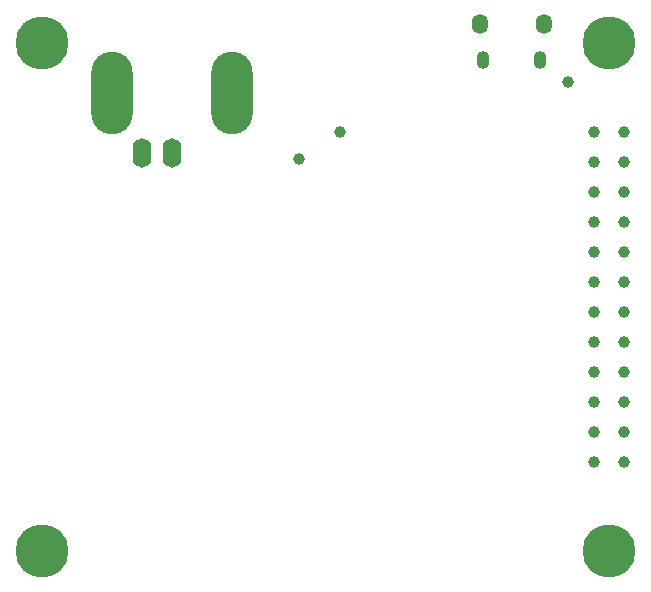
<source format=gbr>
G04 #@! TF.GenerationSoftware,KiCad,Pcbnew,5.1.8*
G04 #@! TF.CreationDate,2020-12-14T20:40:46-06:00*
G04 #@! TF.ProjectId,pcb,7063622e-6b69-4636-9164-5f7063625858,rev?*
G04 #@! TF.SameCoordinates,Original*
G04 #@! TF.FileFunction,Soldermask,Bot*
G04 #@! TF.FilePolarity,Negative*
%FSLAX46Y46*%
G04 Gerber Fmt 4.6, Leading zero omitted, Abs format (unit mm)*
G04 Created by KiCad (PCBNEW 5.1.8) date 2020-12-14 20:40:46*
%MOMM*%
%LPD*%
G01*
G04 APERTURE LIST*
%ADD10C,4.500000*%
%ADD11C,1.000000*%
%ADD12O,1.350000X1.700000*%
%ADD13O,1.100000X1.500000*%
%ADD14O,1.600000X2.500000*%
%ADD15O,3.500000X7.000000*%
G04 APERTURE END LIST*
D10*
X20250000Y-63750000D03*
D11*
X66985000Y-99215000D03*
X69525000Y-99215000D03*
X66985000Y-96675000D03*
X66985000Y-94135000D03*
X69525000Y-96675000D03*
X69525000Y-94135000D03*
X66985000Y-91595000D03*
X66985000Y-89055000D03*
X69525000Y-91595000D03*
X69525000Y-89055000D03*
X66985000Y-86515000D03*
X66985000Y-83975000D03*
X69525000Y-86515000D03*
X69525000Y-83975000D03*
X66985000Y-81435000D03*
X66985000Y-78895000D03*
X69525000Y-81435000D03*
X69525000Y-78895000D03*
X69525000Y-76355000D03*
X66985000Y-76355000D03*
X66985000Y-73815000D03*
X69525000Y-73815000D03*
X66985000Y-71275000D03*
X69525000Y-71275000D03*
D10*
X20250000Y-106750000D03*
X68250000Y-106750000D03*
X68250000Y-63750000D03*
D11*
X42000000Y-73500000D03*
X45500000Y-71250000D03*
X64750000Y-67000000D03*
D12*
X57295000Y-62131000D03*
X62755000Y-62131000D03*
D13*
X57605000Y-65131000D03*
X62445000Y-65131000D03*
D14*
X28710000Y-73000000D03*
X31250000Y-73000000D03*
D15*
X36330000Y-67920000D03*
X26170000Y-67920000D03*
M02*

</source>
